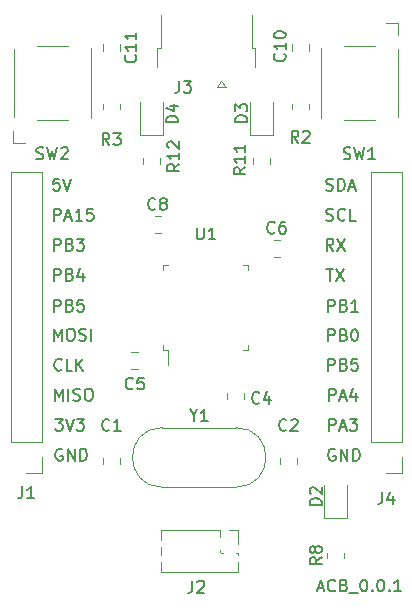
<source format=gbr>
G04 #@! TF.GenerationSoftware,KiCad,Pcbnew,(5.1.9)-1*
G04 #@! TF.CreationDate,2021-04-03T09:41:49-07:00*
G04 #@! TF.ProjectId,Avionics,4176696f-6e69-4637-932e-6b696361645f,rev?*
G04 #@! TF.SameCoordinates,Original*
G04 #@! TF.FileFunction,Legend,Top*
G04 #@! TF.FilePolarity,Positive*
%FSLAX46Y46*%
G04 Gerber Fmt 4.6, Leading zero omitted, Abs format (unit mm)*
G04 Created by KiCad (PCBNEW (5.1.9)-1) date 2021-04-03 09:41:49*
%MOMM*%
%LPD*%
G01*
G04 APERTURE LIST*
%ADD10C,0.150000*%
%ADD11C,0.120000*%
G04 APERTURE END LIST*
D10*
X186476190Y-107766666D02*
X186952380Y-107766666D01*
X186380952Y-108052380D02*
X186714285Y-107052380D01*
X187047619Y-108052380D01*
X187952380Y-107957142D02*
X187904761Y-108004761D01*
X187761904Y-108052380D01*
X187666666Y-108052380D01*
X187523809Y-108004761D01*
X187428571Y-107909523D01*
X187380952Y-107814285D01*
X187333333Y-107623809D01*
X187333333Y-107480952D01*
X187380952Y-107290476D01*
X187428571Y-107195238D01*
X187523809Y-107100000D01*
X187666666Y-107052380D01*
X187761904Y-107052380D01*
X187904761Y-107100000D01*
X187952380Y-107147619D01*
X188714285Y-107528571D02*
X188857142Y-107576190D01*
X188904761Y-107623809D01*
X188952380Y-107719047D01*
X188952380Y-107861904D01*
X188904761Y-107957142D01*
X188857142Y-108004761D01*
X188761904Y-108052380D01*
X188380952Y-108052380D01*
X188380952Y-107052380D01*
X188714285Y-107052380D01*
X188809523Y-107100000D01*
X188857142Y-107147619D01*
X188904761Y-107242857D01*
X188904761Y-107338095D01*
X188857142Y-107433333D01*
X188809523Y-107480952D01*
X188714285Y-107528571D01*
X188380952Y-107528571D01*
X189142857Y-108147619D02*
X189904761Y-108147619D01*
X190333333Y-107052380D02*
X190428571Y-107052380D01*
X190523809Y-107100000D01*
X190571428Y-107147619D01*
X190619047Y-107242857D01*
X190666666Y-107433333D01*
X190666666Y-107671428D01*
X190619047Y-107861904D01*
X190571428Y-107957142D01*
X190523809Y-108004761D01*
X190428571Y-108052380D01*
X190333333Y-108052380D01*
X190238095Y-108004761D01*
X190190476Y-107957142D01*
X190142857Y-107861904D01*
X190095238Y-107671428D01*
X190095238Y-107433333D01*
X190142857Y-107242857D01*
X190190476Y-107147619D01*
X190238095Y-107100000D01*
X190333333Y-107052380D01*
X191095238Y-107957142D02*
X191142857Y-108004761D01*
X191095238Y-108052380D01*
X191047619Y-108004761D01*
X191095238Y-107957142D01*
X191095238Y-108052380D01*
X191761904Y-107052380D02*
X191857142Y-107052380D01*
X191952380Y-107100000D01*
X192000000Y-107147619D01*
X192047619Y-107242857D01*
X192095238Y-107433333D01*
X192095238Y-107671428D01*
X192047619Y-107861904D01*
X192000000Y-107957142D01*
X191952380Y-108004761D01*
X191857142Y-108052380D01*
X191761904Y-108052380D01*
X191666666Y-108004761D01*
X191619047Y-107957142D01*
X191571428Y-107861904D01*
X191523809Y-107671428D01*
X191523809Y-107433333D01*
X191571428Y-107242857D01*
X191619047Y-107147619D01*
X191666666Y-107100000D01*
X191761904Y-107052380D01*
X192523809Y-107957142D02*
X192571428Y-108004761D01*
X192523809Y-108052380D01*
X192476190Y-108004761D01*
X192523809Y-107957142D01*
X192523809Y-108052380D01*
X193523809Y-108052380D02*
X192952380Y-108052380D01*
X193238095Y-108052380D02*
X193238095Y-107052380D01*
X193142857Y-107195238D01*
X193047619Y-107290476D01*
X192952380Y-107338095D01*
X164838095Y-96020000D02*
X164742857Y-95972380D01*
X164600000Y-95972380D01*
X164457142Y-96020000D01*
X164361904Y-96115238D01*
X164314285Y-96210476D01*
X164266666Y-96400952D01*
X164266666Y-96543809D01*
X164314285Y-96734285D01*
X164361904Y-96829523D01*
X164457142Y-96924761D01*
X164600000Y-96972380D01*
X164695238Y-96972380D01*
X164838095Y-96924761D01*
X164885714Y-96877142D01*
X164885714Y-96543809D01*
X164695238Y-96543809D01*
X165314285Y-96972380D02*
X165314285Y-95972380D01*
X165885714Y-96972380D01*
X165885714Y-95972380D01*
X166361904Y-96972380D02*
X166361904Y-95972380D01*
X166600000Y-95972380D01*
X166742857Y-96020000D01*
X166838095Y-96115238D01*
X166885714Y-96210476D01*
X166933333Y-96400952D01*
X166933333Y-96543809D01*
X166885714Y-96734285D01*
X166838095Y-96829523D01*
X166742857Y-96924761D01*
X166600000Y-96972380D01*
X166361904Y-96972380D01*
X164261904Y-93432380D02*
X164880952Y-93432380D01*
X164547619Y-93813333D01*
X164690476Y-93813333D01*
X164785714Y-93860952D01*
X164833333Y-93908571D01*
X164880952Y-94003809D01*
X164880952Y-94241904D01*
X164833333Y-94337142D01*
X164785714Y-94384761D01*
X164690476Y-94432380D01*
X164404761Y-94432380D01*
X164309523Y-94384761D01*
X164261904Y-94337142D01*
X165166666Y-93432380D02*
X165500000Y-94432380D01*
X165833333Y-93432380D01*
X166071428Y-93432380D02*
X166690476Y-93432380D01*
X166357142Y-93813333D01*
X166500000Y-93813333D01*
X166595238Y-93860952D01*
X166642857Y-93908571D01*
X166690476Y-94003809D01*
X166690476Y-94241904D01*
X166642857Y-94337142D01*
X166595238Y-94384761D01*
X166500000Y-94432380D01*
X166214285Y-94432380D01*
X166119047Y-94384761D01*
X166071428Y-94337142D01*
X164228571Y-91892380D02*
X164228571Y-90892380D01*
X164561904Y-91606666D01*
X164895238Y-90892380D01*
X164895238Y-91892380D01*
X165371428Y-91892380D02*
X165371428Y-90892380D01*
X165800000Y-91844761D02*
X165942857Y-91892380D01*
X166180952Y-91892380D01*
X166276190Y-91844761D01*
X166323809Y-91797142D01*
X166371428Y-91701904D01*
X166371428Y-91606666D01*
X166323809Y-91511428D01*
X166276190Y-91463809D01*
X166180952Y-91416190D01*
X165990476Y-91368571D01*
X165895238Y-91320952D01*
X165847619Y-91273333D01*
X165800000Y-91178095D01*
X165800000Y-91082857D01*
X165847619Y-90987619D01*
X165895238Y-90940000D01*
X165990476Y-90892380D01*
X166228571Y-90892380D01*
X166371428Y-90940000D01*
X166990476Y-90892380D02*
X167180952Y-90892380D01*
X167276190Y-90940000D01*
X167371428Y-91035238D01*
X167419047Y-91225714D01*
X167419047Y-91559047D01*
X167371428Y-91749523D01*
X167276190Y-91844761D01*
X167180952Y-91892380D01*
X166990476Y-91892380D01*
X166895238Y-91844761D01*
X166800000Y-91749523D01*
X166752380Y-91559047D01*
X166752380Y-91225714D01*
X166800000Y-91035238D01*
X166895238Y-90940000D01*
X166990476Y-90892380D01*
X164804761Y-89257142D02*
X164757142Y-89304761D01*
X164614285Y-89352380D01*
X164519047Y-89352380D01*
X164376190Y-89304761D01*
X164280952Y-89209523D01*
X164233333Y-89114285D01*
X164185714Y-88923809D01*
X164185714Y-88780952D01*
X164233333Y-88590476D01*
X164280952Y-88495238D01*
X164376190Y-88400000D01*
X164519047Y-88352380D01*
X164614285Y-88352380D01*
X164757142Y-88400000D01*
X164804761Y-88447619D01*
X165709523Y-89352380D02*
X165233333Y-89352380D01*
X165233333Y-88352380D01*
X166042857Y-89352380D02*
X166042857Y-88352380D01*
X166614285Y-89352380D02*
X166185714Y-88780952D01*
X166614285Y-88352380D02*
X166042857Y-88923809D01*
X164128571Y-86812380D02*
X164128571Y-85812380D01*
X164461904Y-86526666D01*
X164795238Y-85812380D01*
X164795238Y-86812380D01*
X165461904Y-85812380D02*
X165652380Y-85812380D01*
X165747619Y-85860000D01*
X165842857Y-85955238D01*
X165890476Y-86145714D01*
X165890476Y-86479047D01*
X165842857Y-86669523D01*
X165747619Y-86764761D01*
X165652380Y-86812380D01*
X165461904Y-86812380D01*
X165366666Y-86764761D01*
X165271428Y-86669523D01*
X165223809Y-86479047D01*
X165223809Y-86145714D01*
X165271428Y-85955238D01*
X165366666Y-85860000D01*
X165461904Y-85812380D01*
X166271428Y-86764761D02*
X166414285Y-86812380D01*
X166652380Y-86812380D01*
X166747619Y-86764761D01*
X166795238Y-86717142D01*
X166842857Y-86621904D01*
X166842857Y-86526666D01*
X166795238Y-86431428D01*
X166747619Y-86383809D01*
X166652380Y-86336190D01*
X166461904Y-86288571D01*
X166366666Y-86240952D01*
X166319047Y-86193333D01*
X166271428Y-86098095D01*
X166271428Y-86002857D01*
X166319047Y-85907619D01*
X166366666Y-85860000D01*
X166461904Y-85812380D01*
X166700000Y-85812380D01*
X166842857Y-85860000D01*
X167271428Y-86812380D02*
X167271428Y-85812380D01*
X164161904Y-84352380D02*
X164161904Y-83352380D01*
X164542857Y-83352380D01*
X164638095Y-83400000D01*
X164685714Y-83447619D01*
X164733333Y-83542857D01*
X164733333Y-83685714D01*
X164685714Y-83780952D01*
X164638095Y-83828571D01*
X164542857Y-83876190D01*
X164161904Y-83876190D01*
X165495238Y-83828571D02*
X165638095Y-83876190D01*
X165685714Y-83923809D01*
X165733333Y-84019047D01*
X165733333Y-84161904D01*
X165685714Y-84257142D01*
X165638095Y-84304761D01*
X165542857Y-84352380D01*
X165161904Y-84352380D01*
X165161904Y-83352380D01*
X165495238Y-83352380D01*
X165590476Y-83400000D01*
X165638095Y-83447619D01*
X165685714Y-83542857D01*
X165685714Y-83638095D01*
X165638095Y-83733333D01*
X165590476Y-83780952D01*
X165495238Y-83828571D01*
X165161904Y-83828571D01*
X166638095Y-83352380D02*
X166161904Y-83352380D01*
X166114285Y-83828571D01*
X166161904Y-83780952D01*
X166257142Y-83733333D01*
X166495238Y-83733333D01*
X166590476Y-83780952D01*
X166638095Y-83828571D01*
X166685714Y-83923809D01*
X166685714Y-84161904D01*
X166638095Y-84257142D01*
X166590476Y-84304761D01*
X166495238Y-84352380D01*
X166257142Y-84352380D01*
X166161904Y-84304761D01*
X166114285Y-84257142D01*
X164161904Y-81732380D02*
X164161904Y-80732380D01*
X164542857Y-80732380D01*
X164638095Y-80780000D01*
X164685714Y-80827619D01*
X164733333Y-80922857D01*
X164733333Y-81065714D01*
X164685714Y-81160952D01*
X164638095Y-81208571D01*
X164542857Y-81256190D01*
X164161904Y-81256190D01*
X165495238Y-81208571D02*
X165638095Y-81256190D01*
X165685714Y-81303809D01*
X165733333Y-81399047D01*
X165733333Y-81541904D01*
X165685714Y-81637142D01*
X165638095Y-81684761D01*
X165542857Y-81732380D01*
X165161904Y-81732380D01*
X165161904Y-80732380D01*
X165495238Y-80732380D01*
X165590476Y-80780000D01*
X165638095Y-80827619D01*
X165685714Y-80922857D01*
X165685714Y-81018095D01*
X165638095Y-81113333D01*
X165590476Y-81160952D01*
X165495238Y-81208571D01*
X165161904Y-81208571D01*
X166590476Y-81065714D02*
X166590476Y-81732380D01*
X166352380Y-80684761D02*
X166114285Y-81399047D01*
X166733333Y-81399047D01*
X164161904Y-79192380D02*
X164161904Y-78192380D01*
X164542857Y-78192380D01*
X164638095Y-78240000D01*
X164685714Y-78287619D01*
X164733333Y-78382857D01*
X164733333Y-78525714D01*
X164685714Y-78620952D01*
X164638095Y-78668571D01*
X164542857Y-78716190D01*
X164161904Y-78716190D01*
X165495238Y-78668571D02*
X165638095Y-78716190D01*
X165685714Y-78763809D01*
X165733333Y-78859047D01*
X165733333Y-79001904D01*
X165685714Y-79097142D01*
X165638095Y-79144761D01*
X165542857Y-79192380D01*
X165161904Y-79192380D01*
X165161904Y-78192380D01*
X165495238Y-78192380D01*
X165590476Y-78240000D01*
X165638095Y-78287619D01*
X165685714Y-78382857D01*
X165685714Y-78478095D01*
X165638095Y-78573333D01*
X165590476Y-78620952D01*
X165495238Y-78668571D01*
X165161904Y-78668571D01*
X166066666Y-78192380D02*
X166685714Y-78192380D01*
X166352380Y-78573333D01*
X166495238Y-78573333D01*
X166590476Y-78620952D01*
X166638095Y-78668571D01*
X166685714Y-78763809D01*
X166685714Y-79001904D01*
X166638095Y-79097142D01*
X166590476Y-79144761D01*
X166495238Y-79192380D01*
X166209523Y-79192380D01*
X166114285Y-79144761D01*
X166066666Y-79097142D01*
X164165595Y-76652380D02*
X164165595Y-75652380D01*
X164546547Y-75652380D01*
X164641785Y-75700000D01*
X164689404Y-75747619D01*
X164737023Y-75842857D01*
X164737023Y-75985714D01*
X164689404Y-76080952D01*
X164641785Y-76128571D01*
X164546547Y-76176190D01*
X164165595Y-76176190D01*
X165117976Y-76366666D02*
X165594166Y-76366666D01*
X165022738Y-76652380D02*
X165356071Y-75652380D01*
X165689404Y-76652380D01*
X166546547Y-76652380D02*
X165975119Y-76652380D01*
X166260833Y-76652380D02*
X166260833Y-75652380D01*
X166165595Y-75795238D01*
X166070357Y-75890476D01*
X165975119Y-75938095D01*
X167451309Y-75652380D02*
X166975119Y-75652380D01*
X166927500Y-76128571D01*
X166975119Y-76080952D01*
X167070357Y-76033333D01*
X167308452Y-76033333D01*
X167403690Y-76080952D01*
X167451309Y-76128571D01*
X167498928Y-76223809D01*
X167498928Y-76461904D01*
X167451309Y-76557142D01*
X167403690Y-76604761D01*
X167308452Y-76652380D01*
X167070357Y-76652380D01*
X166975119Y-76604761D01*
X166927500Y-76557142D01*
X164607261Y-73112380D02*
X164131071Y-73112380D01*
X164083452Y-73588571D01*
X164131071Y-73540952D01*
X164226309Y-73493333D01*
X164464404Y-73493333D01*
X164559642Y-73540952D01*
X164607261Y-73588571D01*
X164654880Y-73683809D01*
X164654880Y-73921904D01*
X164607261Y-74017142D01*
X164559642Y-74064761D01*
X164464404Y-74112380D01*
X164226309Y-74112380D01*
X164131071Y-74064761D01*
X164083452Y-74017142D01*
X164940595Y-73112380D02*
X165273928Y-74112380D01*
X165607261Y-73112380D01*
X187938095Y-96020000D02*
X187842857Y-95972380D01*
X187700000Y-95972380D01*
X187557142Y-96020000D01*
X187461904Y-96115238D01*
X187414285Y-96210476D01*
X187366666Y-96400952D01*
X187366666Y-96543809D01*
X187414285Y-96734285D01*
X187461904Y-96829523D01*
X187557142Y-96924761D01*
X187700000Y-96972380D01*
X187795238Y-96972380D01*
X187938095Y-96924761D01*
X187985714Y-96877142D01*
X187985714Y-96543809D01*
X187795238Y-96543809D01*
X188414285Y-96972380D02*
X188414285Y-95972380D01*
X188985714Y-96972380D01*
X188985714Y-95972380D01*
X189461904Y-96972380D02*
X189461904Y-95972380D01*
X189700000Y-95972380D01*
X189842857Y-96020000D01*
X189938095Y-96115238D01*
X189985714Y-96210476D01*
X190033333Y-96400952D01*
X190033333Y-96543809D01*
X189985714Y-96734285D01*
X189938095Y-96829523D01*
X189842857Y-96924761D01*
X189700000Y-96972380D01*
X189461904Y-96972380D01*
X187433333Y-94432380D02*
X187433333Y-93432380D01*
X187814285Y-93432380D01*
X187909523Y-93480000D01*
X187957142Y-93527619D01*
X188004761Y-93622857D01*
X188004761Y-93765714D01*
X187957142Y-93860952D01*
X187909523Y-93908571D01*
X187814285Y-93956190D01*
X187433333Y-93956190D01*
X188385714Y-94146666D02*
X188861904Y-94146666D01*
X188290476Y-94432380D02*
X188623809Y-93432380D01*
X188957142Y-94432380D01*
X189195238Y-93432380D02*
X189814285Y-93432380D01*
X189480952Y-93813333D01*
X189623809Y-93813333D01*
X189719047Y-93860952D01*
X189766666Y-93908571D01*
X189814285Y-94003809D01*
X189814285Y-94241904D01*
X189766666Y-94337142D01*
X189719047Y-94384761D01*
X189623809Y-94432380D01*
X189338095Y-94432380D01*
X189242857Y-94384761D01*
X189195238Y-94337142D01*
X187433333Y-91892380D02*
X187433333Y-90892380D01*
X187814285Y-90892380D01*
X187909523Y-90940000D01*
X187957142Y-90987619D01*
X188004761Y-91082857D01*
X188004761Y-91225714D01*
X187957142Y-91320952D01*
X187909523Y-91368571D01*
X187814285Y-91416190D01*
X187433333Y-91416190D01*
X188385714Y-91606666D02*
X188861904Y-91606666D01*
X188290476Y-91892380D02*
X188623809Y-90892380D01*
X188957142Y-91892380D01*
X189719047Y-91225714D02*
X189719047Y-91892380D01*
X189480952Y-90844761D02*
X189242857Y-91559047D01*
X189861904Y-91559047D01*
X187361904Y-89352380D02*
X187361904Y-88352380D01*
X187742857Y-88352380D01*
X187838095Y-88400000D01*
X187885714Y-88447619D01*
X187933333Y-88542857D01*
X187933333Y-88685714D01*
X187885714Y-88780952D01*
X187838095Y-88828571D01*
X187742857Y-88876190D01*
X187361904Y-88876190D01*
X188695238Y-88828571D02*
X188838095Y-88876190D01*
X188885714Y-88923809D01*
X188933333Y-89019047D01*
X188933333Y-89161904D01*
X188885714Y-89257142D01*
X188838095Y-89304761D01*
X188742857Y-89352380D01*
X188361904Y-89352380D01*
X188361904Y-88352380D01*
X188695238Y-88352380D01*
X188790476Y-88400000D01*
X188838095Y-88447619D01*
X188885714Y-88542857D01*
X188885714Y-88638095D01*
X188838095Y-88733333D01*
X188790476Y-88780952D01*
X188695238Y-88828571D01*
X188361904Y-88828571D01*
X189838095Y-88352380D02*
X189361904Y-88352380D01*
X189314285Y-88828571D01*
X189361904Y-88780952D01*
X189457142Y-88733333D01*
X189695238Y-88733333D01*
X189790476Y-88780952D01*
X189838095Y-88828571D01*
X189885714Y-88923809D01*
X189885714Y-89161904D01*
X189838095Y-89257142D01*
X189790476Y-89304761D01*
X189695238Y-89352380D01*
X189457142Y-89352380D01*
X189361904Y-89304761D01*
X189314285Y-89257142D01*
X187361904Y-86852380D02*
X187361904Y-85852380D01*
X187742857Y-85852380D01*
X187838095Y-85900000D01*
X187885714Y-85947619D01*
X187933333Y-86042857D01*
X187933333Y-86185714D01*
X187885714Y-86280952D01*
X187838095Y-86328571D01*
X187742857Y-86376190D01*
X187361904Y-86376190D01*
X188695238Y-86328571D02*
X188838095Y-86376190D01*
X188885714Y-86423809D01*
X188933333Y-86519047D01*
X188933333Y-86661904D01*
X188885714Y-86757142D01*
X188838095Y-86804761D01*
X188742857Y-86852380D01*
X188361904Y-86852380D01*
X188361904Y-85852380D01*
X188695238Y-85852380D01*
X188790476Y-85900000D01*
X188838095Y-85947619D01*
X188885714Y-86042857D01*
X188885714Y-86138095D01*
X188838095Y-86233333D01*
X188790476Y-86280952D01*
X188695238Y-86328571D01*
X188361904Y-86328571D01*
X189552380Y-85852380D02*
X189647619Y-85852380D01*
X189742857Y-85900000D01*
X189790476Y-85947619D01*
X189838095Y-86042857D01*
X189885714Y-86233333D01*
X189885714Y-86471428D01*
X189838095Y-86661904D01*
X189790476Y-86757142D01*
X189742857Y-86804761D01*
X189647619Y-86852380D01*
X189552380Y-86852380D01*
X189457142Y-86804761D01*
X189409523Y-86757142D01*
X189361904Y-86661904D01*
X189314285Y-86471428D01*
X189314285Y-86233333D01*
X189361904Y-86042857D01*
X189409523Y-85947619D01*
X189457142Y-85900000D01*
X189552380Y-85852380D01*
X187361904Y-84352380D02*
X187361904Y-83352380D01*
X187742857Y-83352380D01*
X187838095Y-83400000D01*
X187885714Y-83447619D01*
X187933333Y-83542857D01*
X187933333Y-83685714D01*
X187885714Y-83780952D01*
X187838095Y-83828571D01*
X187742857Y-83876190D01*
X187361904Y-83876190D01*
X188695238Y-83828571D02*
X188838095Y-83876190D01*
X188885714Y-83923809D01*
X188933333Y-84019047D01*
X188933333Y-84161904D01*
X188885714Y-84257142D01*
X188838095Y-84304761D01*
X188742857Y-84352380D01*
X188361904Y-84352380D01*
X188361904Y-83352380D01*
X188695238Y-83352380D01*
X188790476Y-83400000D01*
X188838095Y-83447619D01*
X188885714Y-83542857D01*
X188885714Y-83638095D01*
X188838095Y-83733333D01*
X188790476Y-83780952D01*
X188695238Y-83828571D01*
X188361904Y-83828571D01*
X189885714Y-84352380D02*
X189314285Y-84352380D01*
X189600000Y-84352380D02*
X189600000Y-83352380D01*
X189504761Y-83495238D01*
X189409523Y-83590476D01*
X189314285Y-83638095D01*
X187198095Y-80732380D02*
X187769523Y-80732380D01*
X187483809Y-81732380D02*
X187483809Y-80732380D01*
X188007619Y-80732380D02*
X188674285Y-81732380D01*
X188674285Y-80732380D02*
X188007619Y-81732380D01*
X187793333Y-79192380D02*
X187460000Y-78716190D01*
X187221904Y-79192380D02*
X187221904Y-78192380D01*
X187602857Y-78192380D01*
X187698095Y-78240000D01*
X187745714Y-78287619D01*
X187793333Y-78382857D01*
X187793333Y-78525714D01*
X187745714Y-78620952D01*
X187698095Y-78668571D01*
X187602857Y-78716190D01*
X187221904Y-78716190D01*
X188126666Y-78192380D02*
X188793333Y-79192380D01*
X188793333Y-78192380D02*
X188126666Y-79192380D01*
X187209523Y-76604761D02*
X187352380Y-76652380D01*
X187590476Y-76652380D01*
X187685714Y-76604761D01*
X187733333Y-76557142D01*
X187780952Y-76461904D01*
X187780952Y-76366666D01*
X187733333Y-76271428D01*
X187685714Y-76223809D01*
X187590476Y-76176190D01*
X187400000Y-76128571D01*
X187304761Y-76080952D01*
X187257142Y-76033333D01*
X187209523Y-75938095D01*
X187209523Y-75842857D01*
X187257142Y-75747619D01*
X187304761Y-75700000D01*
X187400000Y-75652380D01*
X187638095Y-75652380D01*
X187780952Y-75700000D01*
X188780952Y-76557142D02*
X188733333Y-76604761D01*
X188590476Y-76652380D01*
X188495238Y-76652380D01*
X188352380Y-76604761D01*
X188257142Y-76509523D01*
X188209523Y-76414285D01*
X188161904Y-76223809D01*
X188161904Y-76080952D01*
X188209523Y-75890476D01*
X188257142Y-75795238D01*
X188352380Y-75700000D01*
X188495238Y-75652380D01*
X188590476Y-75652380D01*
X188733333Y-75700000D01*
X188780952Y-75747619D01*
X189685714Y-76652380D02*
X189209523Y-76652380D01*
X189209523Y-75652380D01*
X187185714Y-74064761D02*
X187328571Y-74112380D01*
X187566666Y-74112380D01*
X187661904Y-74064761D01*
X187709523Y-74017142D01*
X187757142Y-73921904D01*
X187757142Y-73826666D01*
X187709523Y-73731428D01*
X187661904Y-73683809D01*
X187566666Y-73636190D01*
X187376190Y-73588571D01*
X187280952Y-73540952D01*
X187233333Y-73493333D01*
X187185714Y-73398095D01*
X187185714Y-73302857D01*
X187233333Y-73207619D01*
X187280952Y-73160000D01*
X187376190Y-73112380D01*
X187614285Y-73112380D01*
X187757142Y-73160000D01*
X188185714Y-74112380D02*
X188185714Y-73112380D01*
X188423809Y-73112380D01*
X188566666Y-73160000D01*
X188661904Y-73255238D01*
X188709523Y-73350476D01*
X188757142Y-73540952D01*
X188757142Y-73683809D01*
X188709523Y-73874285D01*
X188661904Y-73969523D01*
X188566666Y-74064761D01*
X188423809Y-74112380D01*
X188185714Y-74112380D01*
X189138095Y-73826666D02*
X189614285Y-73826666D01*
X189042857Y-74112380D02*
X189376190Y-73112380D01*
X189709523Y-74112380D01*
D11*
X180610000Y-80840000D02*
X180610000Y-80390000D01*
X180610000Y-80390000D02*
X180160000Y-80390000D01*
X180610000Y-87160000D02*
X180610000Y-87610000D01*
X180610000Y-87610000D02*
X180160000Y-87610000D01*
X173390000Y-80840000D02*
X173390000Y-80390000D01*
X173390000Y-80390000D02*
X173840000Y-80390000D01*
X173390000Y-87160000D02*
X173390000Y-87610000D01*
X173390000Y-87610000D02*
X173840000Y-87610000D01*
X173840000Y-87610000D02*
X173840000Y-88900000D01*
X171440000Y-66575000D02*
X171440000Y-69435000D01*
X171440000Y-69435000D02*
X173360000Y-69435000D01*
X173360000Y-69435000D02*
X173360000Y-66575000D01*
X171665000Y-71827064D02*
X171665000Y-71372936D01*
X173135000Y-71827064D02*
X173135000Y-71372936D01*
X193610000Y-72510000D02*
X190950000Y-72510000D01*
X193610000Y-95430000D02*
X193610000Y-72510000D01*
X190950000Y-95430000D02*
X190950000Y-72510000D01*
X193610000Y-95430000D02*
X190950000Y-95430000D01*
X193610000Y-96700000D02*
X193610000Y-98030000D01*
X193610000Y-98030000D02*
X192280000Y-98030000D01*
X169735000Y-96738748D02*
X169735000Y-97261252D01*
X168265000Y-96738748D02*
X168265000Y-97261252D01*
X187040000Y-99000000D02*
X187040000Y-101860000D01*
X187040000Y-101860000D02*
X188960000Y-101860000D01*
X188960000Y-101860000D02*
X188960000Y-99000000D01*
X182660000Y-69435000D02*
X182660000Y-66575000D01*
X180740000Y-69435000D02*
X182660000Y-69435000D01*
X180740000Y-66575000D02*
X180740000Y-69435000D01*
X173225000Y-102870000D02*
X173225000Y-103692470D01*
X173225000Y-105577530D02*
X173225000Y-106400000D01*
X173225000Y-104307530D02*
X173225000Y-104962470D01*
X178240000Y-102870000D02*
X173225000Y-102870000D01*
X179695000Y-106400000D02*
X173225000Y-106400000D01*
X178240000Y-102870000D02*
X178240000Y-103436529D01*
X178240000Y-104563471D02*
X178240000Y-104706529D01*
X178293471Y-104760000D02*
X178436529Y-104760000D01*
X179563471Y-104760000D02*
X179695000Y-104760000D01*
X179695000Y-104760000D02*
X179695000Y-104962470D01*
X179695000Y-105577530D02*
X179695000Y-106400000D01*
X179000000Y-102870000D02*
X179760000Y-102870000D01*
X179760000Y-102870000D02*
X179760000Y-104000000D01*
X181175000Y-62065000D02*
X181175000Y-63615000D01*
X181175000Y-62065000D02*
X180875000Y-62065000D01*
X180875000Y-59265000D02*
X180875000Y-62065000D01*
X172875000Y-62065000D02*
X172875000Y-63615000D01*
X173175000Y-62065000D02*
X172875000Y-62065000D01*
X173175000Y-59265000D02*
X173175000Y-62065000D01*
X177925000Y-65315000D02*
X178325000Y-64865000D01*
X178725000Y-65315000D02*
X177925000Y-65315000D01*
X178325000Y-64865000D02*
X178725000Y-65315000D01*
X185735000Y-67227064D02*
X185735000Y-66772936D01*
X184265000Y-67227064D02*
X184265000Y-66772936D01*
X169735000Y-67227064D02*
X169735000Y-66772936D01*
X168265000Y-67227064D02*
X168265000Y-66772936D01*
X187265000Y-105227064D02*
X187265000Y-104772936D01*
X188735000Y-105227064D02*
X188735000Y-104772936D01*
X182435000Y-71827064D02*
X182435000Y-71372936D01*
X180965000Y-71827064D02*
X180965000Y-71372936D01*
X193250000Y-67900000D02*
X193250000Y-62100000D01*
X186750000Y-68000000D02*
X186750000Y-62000000D01*
X191300000Y-68100000D02*
X188700000Y-68100000D01*
X191300000Y-61900000D02*
X188700000Y-61900000D01*
X192300000Y-59900000D02*
X193300000Y-59900000D01*
X193300000Y-59900000D02*
X193300000Y-60900000D01*
X160700000Y-70100000D02*
X160700000Y-69100000D01*
X161700000Y-70100000D02*
X160700000Y-70100000D01*
X162700000Y-68100000D02*
X165300000Y-68100000D01*
X162700000Y-61900000D02*
X165300000Y-61900000D01*
X167250000Y-62000000D02*
X167250000Y-68000000D01*
X160750000Y-62100000D02*
X160750000Y-67900000D01*
X173315000Y-94175000D02*
X179565000Y-94175000D01*
X173315000Y-99225000D02*
X179565000Y-99225000D01*
X173315000Y-99225000D02*
G75*
G02*
X173315000Y-94175000I0J2525000D01*
G01*
X179565000Y-99225000D02*
G75*
G03*
X179565000Y-94175000I0J2525000D01*
G01*
X163130000Y-72510000D02*
X160470000Y-72510000D01*
X163130000Y-95430000D02*
X163130000Y-72510000D01*
X160470000Y-95430000D02*
X160470000Y-72510000D01*
X163130000Y-95430000D02*
X160470000Y-95430000D01*
X163130000Y-96700000D02*
X163130000Y-98030000D01*
X163130000Y-98030000D02*
X161800000Y-98030000D01*
X184735000Y-96776248D02*
X184735000Y-97298752D01*
X183265000Y-96776248D02*
X183265000Y-97298752D01*
X178765000Y-91276248D02*
X178765000Y-91798752D01*
X180235000Y-91276248D02*
X180235000Y-91798752D01*
X171223752Y-89235000D02*
X170701248Y-89235000D01*
X171223752Y-87765000D02*
X170701248Y-87765000D01*
X182776248Y-79735000D02*
X183298752Y-79735000D01*
X182776248Y-78265000D02*
X183298752Y-78265000D01*
X172701248Y-76265000D02*
X173223752Y-76265000D01*
X172701248Y-77735000D02*
X173223752Y-77735000D01*
X184265000Y-62261252D02*
X184265000Y-61738748D01*
X185735000Y-62261252D02*
X185735000Y-61738748D01*
X168265000Y-61738748D02*
X168265000Y-62261252D01*
X169735000Y-61738748D02*
X169735000Y-62261252D01*
D10*
X176238095Y-77252380D02*
X176238095Y-78061904D01*
X176285714Y-78157142D01*
X176333333Y-78204761D01*
X176428571Y-78252380D01*
X176619047Y-78252380D01*
X176714285Y-78204761D01*
X176761904Y-78157142D01*
X176809523Y-78061904D01*
X176809523Y-77252380D01*
X177809523Y-78252380D02*
X177238095Y-78252380D01*
X177523809Y-78252380D02*
X177523809Y-77252380D01*
X177428571Y-77395238D01*
X177333333Y-77490476D01*
X177238095Y-77538095D01*
X174652380Y-68338095D02*
X173652380Y-68338095D01*
X173652380Y-68100000D01*
X173700000Y-67957142D01*
X173795238Y-67861904D01*
X173890476Y-67814285D01*
X174080952Y-67766666D01*
X174223809Y-67766666D01*
X174414285Y-67814285D01*
X174509523Y-67861904D01*
X174604761Y-67957142D01*
X174652380Y-68100000D01*
X174652380Y-68338095D01*
X173985714Y-66909523D02*
X174652380Y-66909523D01*
X173604761Y-67147619D02*
X174319047Y-67385714D01*
X174319047Y-66766666D01*
X174752380Y-71842857D02*
X174276190Y-72176190D01*
X174752380Y-72414285D02*
X173752380Y-72414285D01*
X173752380Y-72033333D01*
X173800000Y-71938095D01*
X173847619Y-71890476D01*
X173942857Y-71842857D01*
X174085714Y-71842857D01*
X174180952Y-71890476D01*
X174228571Y-71938095D01*
X174276190Y-72033333D01*
X174276190Y-72414285D01*
X174752380Y-70890476D02*
X174752380Y-71461904D01*
X174752380Y-71176190D02*
X173752380Y-71176190D01*
X173895238Y-71271428D01*
X173990476Y-71366666D01*
X174038095Y-71461904D01*
X173847619Y-70509523D02*
X173800000Y-70461904D01*
X173752380Y-70366666D01*
X173752380Y-70128571D01*
X173800000Y-70033333D01*
X173847619Y-69985714D01*
X173942857Y-69938095D01*
X174038095Y-69938095D01*
X174180952Y-69985714D01*
X174752380Y-70557142D01*
X174752380Y-69938095D01*
X191946666Y-99652380D02*
X191946666Y-100366666D01*
X191899047Y-100509523D01*
X191803809Y-100604761D01*
X191660952Y-100652380D01*
X191565714Y-100652380D01*
X192851428Y-99985714D02*
X192851428Y-100652380D01*
X192613333Y-99604761D02*
X192375238Y-100319047D01*
X192994285Y-100319047D01*
X168833333Y-94357142D02*
X168785714Y-94404761D01*
X168642857Y-94452380D01*
X168547619Y-94452380D01*
X168404761Y-94404761D01*
X168309523Y-94309523D01*
X168261904Y-94214285D01*
X168214285Y-94023809D01*
X168214285Y-93880952D01*
X168261904Y-93690476D01*
X168309523Y-93595238D01*
X168404761Y-93500000D01*
X168547619Y-93452380D01*
X168642857Y-93452380D01*
X168785714Y-93500000D01*
X168833333Y-93547619D01*
X169785714Y-94452380D02*
X169214285Y-94452380D01*
X169500000Y-94452380D02*
X169500000Y-93452380D01*
X169404761Y-93595238D01*
X169309523Y-93690476D01*
X169214285Y-93738095D01*
X186802380Y-100738095D02*
X185802380Y-100738095D01*
X185802380Y-100500000D01*
X185850000Y-100357142D01*
X185945238Y-100261904D01*
X186040476Y-100214285D01*
X186230952Y-100166666D01*
X186373809Y-100166666D01*
X186564285Y-100214285D01*
X186659523Y-100261904D01*
X186754761Y-100357142D01*
X186802380Y-100500000D01*
X186802380Y-100738095D01*
X185897619Y-99785714D02*
X185850000Y-99738095D01*
X185802380Y-99642857D01*
X185802380Y-99404761D01*
X185850000Y-99309523D01*
X185897619Y-99261904D01*
X185992857Y-99214285D01*
X186088095Y-99214285D01*
X186230952Y-99261904D01*
X186802380Y-99833333D01*
X186802380Y-99214285D01*
X180502380Y-68313095D02*
X179502380Y-68313095D01*
X179502380Y-68075000D01*
X179550000Y-67932142D01*
X179645238Y-67836904D01*
X179740476Y-67789285D01*
X179930952Y-67741666D01*
X180073809Y-67741666D01*
X180264285Y-67789285D01*
X180359523Y-67836904D01*
X180454761Y-67932142D01*
X180502380Y-68075000D01*
X180502380Y-68313095D01*
X179502380Y-67408333D02*
X179502380Y-66789285D01*
X179883333Y-67122619D01*
X179883333Y-66979761D01*
X179930952Y-66884523D01*
X179978571Y-66836904D01*
X180073809Y-66789285D01*
X180311904Y-66789285D01*
X180407142Y-66836904D01*
X180454761Y-66884523D01*
X180502380Y-66979761D01*
X180502380Y-67265476D01*
X180454761Y-67360714D01*
X180407142Y-67408333D01*
X175866666Y-107152380D02*
X175866666Y-107866666D01*
X175819047Y-108009523D01*
X175723809Y-108104761D01*
X175580952Y-108152380D01*
X175485714Y-108152380D01*
X176295238Y-107247619D02*
X176342857Y-107200000D01*
X176438095Y-107152380D01*
X176676190Y-107152380D01*
X176771428Y-107200000D01*
X176819047Y-107247619D01*
X176866666Y-107342857D01*
X176866666Y-107438095D01*
X176819047Y-107580952D01*
X176247619Y-108152380D01*
X176866666Y-108152380D01*
X174741666Y-64817380D02*
X174741666Y-65531666D01*
X174694047Y-65674523D01*
X174598809Y-65769761D01*
X174455952Y-65817380D01*
X174360714Y-65817380D01*
X175122619Y-64817380D02*
X175741666Y-64817380D01*
X175408333Y-65198333D01*
X175551190Y-65198333D01*
X175646428Y-65245952D01*
X175694047Y-65293571D01*
X175741666Y-65388809D01*
X175741666Y-65626904D01*
X175694047Y-65722142D01*
X175646428Y-65769761D01*
X175551190Y-65817380D01*
X175265476Y-65817380D01*
X175170238Y-65769761D01*
X175122619Y-65722142D01*
X184833333Y-70052380D02*
X184500000Y-69576190D01*
X184261904Y-70052380D02*
X184261904Y-69052380D01*
X184642857Y-69052380D01*
X184738095Y-69100000D01*
X184785714Y-69147619D01*
X184833333Y-69242857D01*
X184833333Y-69385714D01*
X184785714Y-69480952D01*
X184738095Y-69528571D01*
X184642857Y-69576190D01*
X184261904Y-69576190D01*
X185214285Y-69147619D02*
X185261904Y-69100000D01*
X185357142Y-69052380D01*
X185595238Y-69052380D01*
X185690476Y-69100000D01*
X185738095Y-69147619D01*
X185785714Y-69242857D01*
X185785714Y-69338095D01*
X185738095Y-69480952D01*
X185166666Y-70052380D01*
X185785714Y-70052380D01*
X168833333Y-70252380D02*
X168500000Y-69776190D01*
X168261904Y-70252380D02*
X168261904Y-69252380D01*
X168642857Y-69252380D01*
X168738095Y-69300000D01*
X168785714Y-69347619D01*
X168833333Y-69442857D01*
X168833333Y-69585714D01*
X168785714Y-69680952D01*
X168738095Y-69728571D01*
X168642857Y-69776190D01*
X168261904Y-69776190D01*
X169166666Y-69252380D02*
X169785714Y-69252380D01*
X169452380Y-69633333D01*
X169595238Y-69633333D01*
X169690476Y-69680952D01*
X169738095Y-69728571D01*
X169785714Y-69823809D01*
X169785714Y-70061904D01*
X169738095Y-70157142D01*
X169690476Y-70204761D01*
X169595238Y-70252380D01*
X169309523Y-70252380D01*
X169214285Y-70204761D01*
X169166666Y-70157142D01*
X186802380Y-105166666D02*
X186326190Y-105500000D01*
X186802380Y-105738095D02*
X185802380Y-105738095D01*
X185802380Y-105357142D01*
X185850000Y-105261904D01*
X185897619Y-105214285D01*
X185992857Y-105166666D01*
X186135714Y-105166666D01*
X186230952Y-105214285D01*
X186278571Y-105261904D01*
X186326190Y-105357142D01*
X186326190Y-105738095D01*
X186230952Y-104595238D02*
X186183333Y-104690476D01*
X186135714Y-104738095D01*
X186040476Y-104785714D01*
X185992857Y-104785714D01*
X185897619Y-104738095D01*
X185850000Y-104690476D01*
X185802380Y-104595238D01*
X185802380Y-104404761D01*
X185850000Y-104309523D01*
X185897619Y-104261904D01*
X185992857Y-104214285D01*
X186040476Y-104214285D01*
X186135714Y-104261904D01*
X186183333Y-104309523D01*
X186230952Y-104404761D01*
X186230952Y-104595238D01*
X186278571Y-104690476D01*
X186326190Y-104738095D01*
X186421428Y-104785714D01*
X186611904Y-104785714D01*
X186707142Y-104738095D01*
X186754761Y-104690476D01*
X186802380Y-104595238D01*
X186802380Y-104404761D01*
X186754761Y-104309523D01*
X186707142Y-104261904D01*
X186611904Y-104214285D01*
X186421428Y-104214285D01*
X186326190Y-104261904D01*
X186278571Y-104309523D01*
X186230952Y-104404761D01*
X180352380Y-72142857D02*
X179876190Y-72476190D01*
X180352380Y-72714285D02*
X179352380Y-72714285D01*
X179352380Y-72333333D01*
X179400000Y-72238095D01*
X179447619Y-72190476D01*
X179542857Y-72142857D01*
X179685714Y-72142857D01*
X179780952Y-72190476D01*
X179828571Y-72238095D01*
X179876190Y-72333333D01*
X179876190Y-72714285D01*
X180352380Y-71190476D02*
X180352380Y-71761904D01*
X180352380Y-71476190D02*
X179352380Y-71476190D01*
X179495238Y-71571428D01*
X179590476Y-71666666D01*
X179638095Y-71761904D01*
X180352380Y-70238095D02*
X180352380Y-70809523D01*
X180352380Y-70523809D02*
X179352380Y-70523809D01*
X179495238Y-70619047D01*
X179590476Y-70714285D01*
X179638095Y-70809523D01*
X188666666Y-71404761D02*
X188809523Y-71452380D01*
X189047619Y-71452380D01*
X189142857Y-71404761D01*
X189190476Y-71357142D01*
X189238095Y-71261904D01*
X189238095Y-71166666D01*
X189190476Y-71071428D01*
X189142857Y-71023809D01*
X189047619Y-70976190D01*
X188857142Y-70928571D01*
X188761904Y-70880952D01*
X188714285Y-70833333D01*
X188666666Y-70738095D01*
X188666666Y-70642857D01*
X188714285Y-70547619D01*
X188761904Y-70500000D01*
X188857142Y-70452380D01*
X189095238Y-70452380D01*
X189238095Y-70500000D01*
X189571428Y-70452380D02*
X189809523Y-71452380D01*
X190000000Y-70738095D01*
X190190476Y-71452380D01*
X190428571Y-70452380D01*
X191333333Y-71452380D02*
X190761904Y-71452380D01*
X191047619Y-71452380D02*
X191047619Y-70452380D01*
X190952380Y-70595238D01*
X190857142Y-70690476D01*
X190761904Y-70738095D01*
X162666666Y-71404761D02*
X162809523Y-71452380D01*
X163047619Y-71452380D01*
X163142857Y-71404761D01*
X163190476Y-71357142D01*
X163238095Y-71261904D01*
X163238095Y-71166666D01*
X163190476Y-71071428D01*
X163142857Y-71023809D01*
X163047619Y-70976190D01*
X162857142Y-70928571D01*
X162761904Y-70880952D01*
X162714285Y-70833333D01*
X162666666Y-70738095D01*
X162666666Y-70642857D01*
X162714285Y-70547619D01*
X162761904Y-70500000D01*
X162857142Y-70452380D01*
X163095238Y-70452380D01*
X163238095Y-70500000D01*
X163571428Y-70452380D02*
X163809523Y-71452380D01*
X164000000Y-70738095D01*
X164190476Y-71452380D01*
X164428571Y-70452380D01*
X164761904Y-70547619D02*
X164809523Y-70500000D01*
X164904761Y-70452380D01*
X165142857Y-70452380D01*
X165238095Y-70500000D01*
X165285714Y-70547619D01*
X165333333Y-70642857D01*
X165333333Y-70738095D01*
X165285714Y-70880952D01*
X164714285Y-71452380D01*
X165333333Y-71452380D01*
X175963809Y-93151190D02*
X175963809Y-93627380D01*
X175630476Y-92627380D02*
X175963809Y-93151190D01*
X176297142Y-92627380D01*
X177154285Y-93627380D02*
X176582857Y-93627380D01*
X176868571Y-93627380D02*
X176868571Y-92627380D01*
X176773333Y-92770238D01*
X176678095Y-92865476D01*
X176582857Y-92913095D01*
X161466666Y-99152380D02*
X161466666Y-99866666D01*
X161419047Y-100009523D01*
X161323809Y-100104761D01*
X161180952Y-100152380D01*
X161085714Y-100152380D01*
X162466666Y-100152380D02*
X161895238Y-100152380D01*
X162180952Y-100152380D02*
X162180952Y-99152380D01*
X162085714Y-99295238D01*
X161990476Y-99390476D01*
X161895238Y-99438095D01*
X183833333Y-94357142D02*
X183785714Y-94404761D01*
X183642857Y-94452380D01*
X183547619Y-94452380D01*
X183404761Y-94404761D01*
X183309523Y-94309523D01*
X183261904Y-94214285D01*
X183214285Y-94023809D01*
X183214285Y-93880952D01*
X183261904Y-93690476D01*
X183309523Y-93595238D01*
X183404761Y-93500000D01*
X183547619Y-93452380D01*
X183642857Y-93452380D01*
X183785714Y-93500000D01*
X183833333Y-93547619D01*
X184214285Y-93547619D02*
X184261904Y-93500000D01*
X184357142Y-93452380D01*
X184595238Y-93452380D01*
X184690476Y-93500000D01*
X184738095Y-93547619D01*
X184785714Y-93642857D01*
X184785714Y-93738095D01*
X184738095Y-93880952D01*
X184166666Y-94452380D01*
X184785714Y-94452380D01*
X181533333Y-92057142D02*
X181485714Y-92104761D01*
X181342857Y-92152380D01*
X181247619Y-92152380D01*
X181104761Y-92104761D01*
X181009523Y-92009523D01*
X180961904Y-91914285D01*
X180914285Y-91723809D01*
X180914285Y-91580952D01*
X180961904Y-91390476D01*
X181009523Y-91295238D01*
X181104761Y-91200000D01*
X181247619Y-91152380D01*
X181342857Y-91152380D01*
X181485714Y-91200000D01*
X181533333Y-91247619D01*
X182390476Y-91485714D02*
X182390476Y-92152380D01*
X182152380Y-91104761D02*
X181914285Y-91819047D01*
X182533333Y-91819047D01*
X170833333Y-90857142D02*
X170785714Y-90904761D01*
X170642857Y-90952380D01*
X170547619Y-90952380D01*
X170404761Y-90904761D01*
X170309523Y-90809523D01*
X170261904Y-90714285D01*
X170214285Y-90523809D01*
X170214285Y-90380952D01*
X170261904Y-90190476D01*
X170309523Y-90095238D01*
X170404761Y-90000000D01*
X170547619Y-89952380D01*
X170642857Y-89952380D01*
X170785714Y-90000000D01*
X170833333Y-90047619D01*
X171738095Y-89952380D02*
X171261904Y-89952380D01*
X171214285Y-90428571D01*
X171261904Y-90380952D01*
X171357142Y-90333333D01*
X171595238Y-90333333D01*
X171690476Y-90380952D01*
X171738095Y-90428571D01*
X171785714Y-90523809D01*
X171785714Y-90761904D01*
X171738095Y-90857142D01*
X171690476Y-90904761D01*
X171595238Y-90952380D01*
X171357142Y-90952380D01*
X171261904Y-90904761D01*
X171214285Y-90857142D01*
X182833333Y-77657142D02*
X182785714Y-77704761D01*
X182642857Y-77752380D01*
X182547619Y-77752380D01*
X182404761Y-77704761D01*
X182309523Y-77609523D01*
X182261904Y-77514285D01*
X182214285Y-77323809D01*
X182214285Y-77180952D01*
X182261904Y-76990476D01*
X182309523Y-76895238D01*
X182404761Y-76800000D01*
X182547619Y-76752380D01*
X182642857Y-76752380D01*
X182785714Y-76800000D01*
X182833333Y-76847619D01*
X183690476Y-76752380D02*
X183500000Y-76752380D01*
X183404761Y-76800000D01*
X183357142Y-76847619D01*
X183261904Y-76990476D01*
X183214285Y-77180952D01*
X183214285Y-77561904D01*
X183261904Y-77657142D01*
X183309523Y-77704761D01*
X183404761Y-77752380D01*
X183595238Y-77752380D01*
X183690476Y-77704761D01*
X183738095Y-77657142D01*
X183785714Y-77561904D01*
X183785714Y-77323809D01*
X183738095Y-77228571D01*
X183690476Y-77180952D01*
X183595238Y-77133333D01*
X183404761Y-77133333D01*
X183309523Y-77180952D01*
X183261904Y-77228571D01*
X183214285Y-77323809D01*
X172733333Y-75657142D02*
X172685714Y-75704761D01*
X172542857Y-75752380D01*
X172447619Y-75752380D01*
X172304761Y-75704761D01*
X172209523Y-75609523D01*
X172161904Y-75514285D01*
X172114285Y-75323809D01*
X172114285Y-75180952D01*
X172161904Y-74990476D01*
X172209523Y-74895238D01*
X172304761Y-74800000D01*
X172447619Y-74752380D01*
X172542857Y-74752380D01*
X172685714Y-74800000D01*
X172733333Y-74847619D01*
X173304761Y-75180952D02*
X173209523Y-75133333D01*
X173161904Y-75085714D01*
X173114285Y-74990476D01*
X173114285Y-74942857D01*
X173161904Y-74847619D01*
X173209523Y-74800000D01*
X173304761Y-74752380D01*
X173495238Y-74752380D01*
X173590476Y-74800000D01*
X173638095Y-74847619D01*
X173685714Y-74942857D01*
X173685714Y-74990476D01*
X173638095Y-75085714D01*
X173590476Y-75133333D01*
X173495238Y-75180952D01*
X173304761Y-75180952D01*
X173209523Y-75228571D01*
X173161904Y-75276190D01*
X173114285Y-75371428D01*
X173114285Y-75561904D01*
X173161904Y-75657142D01*
X173209523Y-75704761D01*
X173304761Y-75752380D01*
X173495238Y-75752380D01*
X173590476Y-75704761D01*
X173638095Y-75657142D01*
X173685714Y-75561904D01*
X173685714Y-75371428D01*
X173638095Y-75276190D01*
X173590476Y-75228571D01*
X173495238Y-75180952D01*
X183657142Y-62542857D02*
X183704761Y-62590476D01*
X183752380Y-62733333D01*
X183752380Y-62828571D01*
X183704761Y-62971428D01*
X183609523Y-63066666D01*
X183514285Y-63114285D01*
X183323809Y-63161904D01*
X183180952Y-63161904D01*
X182990476Y-63114285D01*
X182895238Y-63066666D01*
X182800000Y-62971428D01*
X182752380Y-62828571D01*
X182752380Y-62733333D01*
X182800000Y-62590476D01*
X182847619Y-62542857D01*
X183752380Y-61590476D02*
X183752380Y-62161904D01*
X183752380Y-61876190D02*
X182752380Y-61876190D01*
X182895238Y-61971428D01*
X182990476Y-62066666D01*
X183038095Y-62161904D01*
X182752380Y-60971428D02*
X182752380Y-60876190D01*
X182800000Y-60780952D01*
X182847619Y-60733333D01*
X182942857Y-60685714D01*
X183133333Y-60638095D01*
X183371428Y-60638095D01*
X183561904Y-60685714D01*
X183657142Y-60733333D01*
X183704761Y-60780952D01*
X183752380Y-60876190D01*
X183752380Y-60971428D01*
X183704761Y-61066666D01*
X183657142Y-61114285D01*
X183561904Y-61161904D01*
X183371428Y-61209523D01*
X183133333Y-61209523D01*
X182942857Y-61161904D01*
X182847619Y-61114285D01*
X182800000Y-61066666D01*
X182752380Y-60971428D01*
X171037142Y-62642857D02*
X171084761Y-62690476D01*
X171132380Y-62833333D01*
X171132380Y-62928571D01*
X171084761Y-63071428D01*
X170989523Y-63166666D01*
X170894285Y-63214285D01*
X170703809Y-63261904D01*
X170560952Y-63261904D01*
X170370476Y-63214285D01*
X170275238Y-63166666D01*
X170180000Y-63071428D01*
X170132380Y-62928571D01*
X170132380Y-62833333D01*
X170180000Y-62690476D01*
X170227619Y-62642857D01*
X171132380Y-61690476D02*
X171132380Y-62261904D01*
X171132380Y-61976190D02*
X170132380Y-61976190D01*
X170275238Y-62071428D01*
X170370476Y-62166666D01*
X170418095Y-62261904D01*
X171132380Y-60738095D02*
X171132380Y-61309523D01*
X171132380Y-61023809D02*
X170132380Y-61023809D01*
X170275238Y-61119047D01*
X170370476Y-61214285D01*
X170418095Y-61309523D01*
M02*

</source>
